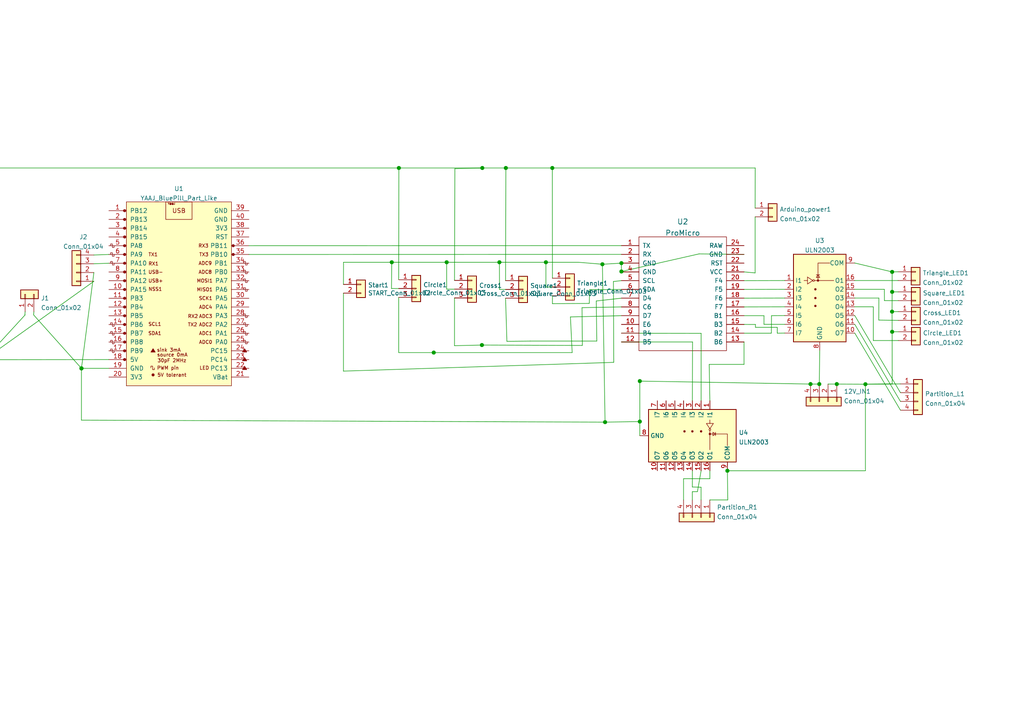
<source format=kicad_sch>
(kicad_sch (version 20210621) (generator eeschema)
  (paper "A4")
  (lib_symbols
    (symbol "BluePill_Part_Like:YAAJ_BluePill_Part_Like" (pin_names (offset 1.016))
      (property "Reference" "U" (at -12.7 25.4 0))
      (property "Value" "YAAJ_BluePill_Part_Like" (at 0 2.54 90))
      (symbol "YAAJ_BluePill_Part_Like_0_0"
        (circle (center -7.493 -24.765) (radius 0.254))
        (circle (center -7.493 -24.765) (radius 0.3556))
        (circle (center 15.748 10.16) (radius 0.3556))
        (circle (center 15.748 12.7) (radius 0.3556))
        (circle (center -15.748 -20.32) (radius 0.3556) (fill (type outline)))
        (circle (center -15.748 -17.78) (radius 0.3556) (fill (type outline)))
        (circle (center -15.748 -15.24) (radius 0.3556) (fill (type outline)))
        (circle (center -15.748 -12.7) (radius 0.3556) (fill (type outline)))
        (circle (center -15.748 -10.16) (radius 0.3556) (fill (type outline)))
        (circle (center -15.748 -7.62) (radius 0.3556) (fill (type outline)))
        (circle (center -15.748 -5.08) (radius 0.3556) (fill (type outline)))
        (circle (center -15.748 -2.54) (radius 0.3556) (fill (type outline)))
        (circle (center -15.748 0) (radius 0.3556) (fill (type outline)))
        (circle (center -15.748 2.54) (radius 0.3556) (fill (type outline)))
        (circle (center -15.748 5.08) (radius 0.3556) (fill (type outline)))
        (circle (center -15.748 7.62) (radius 0.3556) (fill (type outline)))
        (circle (center -15.748 10.16) (radius 0.3556) (fill (type outline)))
        (circle (center -15.748 12.7) (radius 0.3556) (fill (type outline)))
        (circle (center -15.748 15.24) (radius 0.3556) (fill (type outline)))
        (circle (center -15.748 17.78) (radius 0.3556) (fill (type outline)))
        (circle (center -15.748 22.86) (radius 0.3556) (fill (type outline)))
        (circle (center -7.493 -24.765) (radius 0.127) (fill (type outline)))
        (circle (center 15.748 10.16) (radius 0.254) (fill (type outline)))
        (circle (center 15.748 12.7) (radius 0.254) (fill (type outline)))
        (text "30pF 2MHz" (at -2.032 -20.574 0) (effects (font (size 0.9906 0.9906))))
        (text "5V tolerant" (at -2.032 -24.765 0) (effects (font (size 0.9906 0.9906))))
        (text "ADC0" (at 7.747 -15.24 0) (effects (font (size 0.9906 0.9906))))
        (text "ADC1" (at 7.747 -12.7 0) (effects (font (size 0.9906 0.9906))))
        (text "ADC2" (at 7.747 -10.16 0) (effects (font (size 0.9906 0.9906))))
        (text "ADC3" (at 7.747 -7.747 0) (effects (font (size 0.9906 0.9906))))
        (text "ADC4" (at 7.747 -5.08 0) (effects (font (size 0.9906 0.9906))))
        (text "ADC8" (at 7.62 5.08 0) (effects (font (size 0.9906 0.9906))))
        (text "ADC9" (at 7.62 7.62 0) (effects (font (size 0.9906 0.9906))))
        (text "LED" (at 7.366 -22.733 0) (effects (font (size 0.9906 0.9906))))
        (text "MISO1" (at 7.493 0 0) (effects (font (size 0.9906 0.9906))))
        (text "MOSI1" (at 7.493 2.54 0) (effects (font (size 0.9906 0.9906))))
        (text "NSS1" (at -6.858 0.127 0) (effects (font (size 0.9906 0.9906))))
        (text "PWM pin" (at -3.175 -22.733 0) (effects (font (size 0.9906 0.9906))))
        (text "RX1" (at -7.366 7.493 0) (effects (font (size 0.9906 0.9906))))
        (text "RX2" (at 4.064 -7.747 0) (effects (font (size 0.9906 0.9906))))
        (text "RX3" (at 7.112 12.7 0) (effects (font (size 0.9906 0.9906))))
        (text "SCK1" (at 7.747 -2.54 0) (effects (font (size 0.9906 0.9906))))
        (text "SCL1" (at -6.985 -10.033 0) (effects (font (size 0.9906 0.9906))))
        (text "SDA1" (at -6.985 -12.7 0) (effects (font (size 0.9906 0.9906))))
        (text "sink 3mA" (at -2.921 -17.526 0) (effects (font (size 0.9906 0.9906))))
        (text "source 0mA" (at -1.905 -18.923 0) (effects (font (size 0.9906 0.9906))))
        (text "TX1" (at -7.493 10.16 0) (effects (font (size 0.9906 0.9906))))
        (text "TX2" (at 3.937 -10.16 0) (effects (font (size 0.9906 0.9906))))
        (text "TX3" (at 7.239 10.16 0) (effects (font (size 0.9906 0.9906))))
        (text "USB" (at 0 22.86 0) (effects (font (size 1.27 1.27))))
        (text "USB+" (at -6.731 2.54 0) (effects (font (size 0.9906 0.9906))))
        (text "USB-" (at -6.731 5.08 0) (effects (font (size 0.9906 0.9906))))
        (text "Y@@J" (at -2.159 24.892 0) (effects (font (size 0.508 0.508))))
        (polyline (pts (xy -8.128 -18.161) (xy -7.493 -17.145) (xy -6.858 -18.161) (xy -8.128 -18.161) (xy -7.493 -17.272) (xy -6.985 -18.161) (xy -8.001 -18.034) (xy -7.493 -17.399) (xy -7.112 -18.161) (xy -7.874 -17.907) (xy -7.366 -17.526) (xy -7.239 -18.161) (xy -7.747 -17.78) (xy -7.239 -17.653) (xy -7.366 -18.034) (xy -7.62 -17.78) (xy -7.366 -17.907) (xy -7.493 -17.653)))
        (polyline (pts (xy 18.415 -23.241) (xy 19.05 -22.225) (xy 19.685 -23.241) (xy 18.415 -23.241) (xy 19.05 -22.352) (xy 19.558 -23.241) (xy 18.542 -23.114) (xy 19.05 -22.479) (xy 19.431 -23.241) (xy 18.669 -22.987) (xy 19.177 -22.606) (xy 19.304 -23.241) (xy 18.796 -22.86) (xy 19.304 -22.733) (xy 19.177 -23.114) (xy 18.923 -22.86) (xy 19.177 -22.987) (xy 19.05 -22.733)))
        (polyline (pts (xy 18.415 -20.701) (xy 19.05 -19.685) (xy 19.685 -20.701) (xy 18.415 -20.701) (xy 19.05 -19.812) (xy 19.558 -20.701) (xy 18.542 -20.574) (xy 19.05 -19.939) (xy 19.431 -20.701) (xy 18.669 -20.447) (xy 19.177 -20.066) (xy 19.304 -20.701) (xy 18.796 -20.32) (xy 19.304 -20.193) (xy 19.177 -20.574) (xy 18.923 -20.32) (xy 19.177 -20.447) (xy 19.05 -20.193)))
        (polyline (pts (xy 18.415 -18.161) (xy 19.05 -17.145) (xy 19.685 -18.161) (xy 18.415 -18.161) (xy 19.05 -17.272) (xy 19.558 -18.161) (xy 18.542 -18.034) (xy 19.05 -17.399) (xy 19.431 -18.161) (xy 18.669 -17.907) (xy 19.177 -17.526) (xy 19.304 -18.161) (xy 18.796 -17.78) (xy 19.304 -17.653) (xy 19.177 -18.034) (xy 18.923 -17.78) (xy 19.177 -17.907) (xy 19.05 -17.653)))
      )
      (symbol "YAAJ_BluePill_Part_Like_0_1"
        (rectangle (start 3.81 25.4) (end -3.81 20.32))
        (rectangle (start -15.24 25.4) (end 15.24 -27.94) (fill (type background)))
        (polyline (pts (xy -18.796 -17.78) (xy -18.796 -18.288) (xy -19.304 -18.288) (xy -19.304 -17.272) (xy -19.812 -17.272) (xy -19.812 -17.78)))
        (polyline (pts (xy -18.796 -15.24) (xy -18.796 -15.748) (xy -19.304 -15.748) (xy -19.304 -14.732) (xy -19.812 -14.732) (xy -19.812 -15.24)))
        (polyline (pts (xy -18.796 -12.7) (xy -18.796 -13.208) (xy -19.304 -13.208) (xy -19.304 -12.192) (xy -19.812 -12.192) (xy -19.812 -12.7)))
        (polyline (pts (xy -18.796 -10.16) (xy -18.796 -10.668) (xy -19.304 -10.668) (xy -19.304 -9.652) (xy -19.812 -9.652) (xy -19.812 -10.16)))
        (polyline (pts (xy -18.796 7.62) (xy -18.796 7.112) (xy -19.304 7.112) (xy -19.304 8.128) (xy -19.812 8.128) (xy -19.812 7.62)))
        (polyline (pts (xy -18.796 10.16) (xy -18.796 9.652) (xy -19.304 9.652) (xy -19.304 10.668) (xy -19.812 10.668) (xy -19.812 10.16)))
        (polyline (pts (xy -18.796 12.7) (xy -18.796 12.192) (xy -19.304 12.192) (xy -19.304 13.208) (xy -19.812 13.208) (xy -19.812 12.7)))
        (polyline (pts (xy -7.112 -22.733) (xy -7.112 -23.241) (xy -7.62 -23.241) (xy -7.62 -22.225) (xy -8.128 -22.225) (xy -8.128 -22.733)))
        (polyline (pts (xy 19.812 -15.24) (xy 19.812 -15.748) (xy 19.304 -15.748) (xy 19.304 -14.732) (xy 18.796 -14.732) (xy 18.796 -15.24)))
        (polyline (pts (xy 19.812 -12.7) (xy 19.812 -13.208) (xy 19.304 -13.208) (xy 19.304 -12.192) (xy 18.796 -12.192) (xy 18.796 -12.7)))
        (polyline (pts (xy 19.812 -10.16) (xy 19.812 -10.668) (xy 19.304 -10.668) (xy 19.304 -9.652) (xy 18.796 -9.652) (xy 18.796 -10.16)))
        (polyline (pts (xy 19.812 -7.62) (xy 19.812 -8.128) (xy 19.304 -8.128) (xy 19.304 -7.112) (xy 18.796 -7.112) (xy 18.796 -7.62)))
        (polyline (pts (xy 19.812 0) (xy 19.812 -0.508) (xy 19.304 -0.508) (xy 19.304 0.508) (xy 18.796 0.508) (xy 18.796 0)))
        (polyline (pts (xy 19.812 2.54) (xy 19.812 2.032) (xy 19.304 2.032) (xy 19.304 3.048) (xy 18.796 3.048) (xy 18.796 2.54)))
        (polyline (pts (xy 19.812 5.08) (xy 19.812 4.572) (xy 19.304 4.572) (xy 19.304 5.588) (xy 18.796 5.588) (xy 18.796 5.08)))
        (polyline (pts (xy 19.812 7.62) (xy 19.812 7.112) (xy 19.304 7.112) (xy 19.304 8.128) (xy 18.796 8.128) (xy 18.796 7.62)))
      )
      (symbol "YAAJ_BluePill_Part_Like_1_1"
        (circle (center -15.748 20.32) (radius 0.3556) (fill (type outline)))
        (pin bidirectional line (at -20.32 22.86 0) (length 5.08) (name "PB12") (number "1"))
        (pin bidirectional line (at -20.32 0 0) (length 5.08) (name "PA15") (number "10"))
        (pin bidirectional line (at -20.32 -2.54 0) (length 5.08) (name "PB3") (number "11"))
        (pin bidirectional line (at -20.32 -5.08 0) (length 5.08) (name "PB4") (number "12"))
        (pin bidirectional line (at -20.32 -7.62 0) (length 5.08) (name "PB5") (number "13"))
        (pin bidirectional line (at -20.32 -10.16 0) (length 5.08) (name "PB6") (number "14"))
        (pin bidirectional line (at -20.32 -12.7 0) (length 5.08) (name "PB7") (number "15"))
        (pin bidirectional line (at -20.32 -15.24 0) (length 5.08) (name "PB8") (number "16"))
        (pin bidirectional line (at -20.32 -17.78 0) (length 5.08) (name "PB9") (number "17"))
        (pin power_in line (at -20.32 -20.32 0) (length 5.08) (name "5V") (number "18"))
        (pin power_in line (at -20.32 -22.86 0) (length 5.08) (name "GND") (number "19"))
        (pin bidirectional line (at -20.32 20.32 0) (length 5.08) (name "PB13") (number "2"))
        (pin power_in line (at -20.32 -25.4 0) (length 5.08) (name "3V3") (number "20"))
        (pin power_in line (at 20.32 -25.4 180) (length 5.08) (name "VBat") (number "21"))
        (pin bidirectional line (at 20.32 -22.86 180) (length 5.08) (name "PC13") (number "22"))
        (pin bidirectional line (at 20.32 -20.32 180) (length 5.08) (name "PC14") (number "23"))
        (pin bidirectional line (at 20.32 -17.78 180) (length 5.08) (name "PC15") (number "24"))
        (pin bidirectional line (at 20.32 -15.24 180) (length 5.08) (name "PA0") (number "25"))
        (pin bidirectional line (at 20.32 -12.7 180) (length 5.08) (name "PA1") (number "26"))
        (pin bidirectional line (at 20.32 -10.16 180) (length 5.08) (name "PA2") (number "27"))
        (pin bidirectional line (at 20.32 -7.62 180) (length 5.08) (name "PA3") (number "28"))
        (pin bidirectional line (at 20.32 -5.08 180) (length 5.08) (name "PA4") (number "29"))
        (pin bidirectional line (at -20.32 17.78 0) (length 5.08) (name "PB14") (number "3"))
        (pin bidirectional line (at 20.32 -2.54 180) (length 5.08) (name "PA5") (number "30"))
        (pin bidirectional line (at 20.32 0 180) (length 5.08) (name "PA6") (number "31"))
        (pin bidirectional line (at 20.32 2.54 180) (length 5.08) (name "PA7") (number "32"))
        (pin bidirectional line (at 20.32 5.08 180) (length 5.08) (name "PB0") (number "33"))
        (pin bidirectional line (at 20.32 7.62 180) (length 5.08) (name "PB1") (number "34"))
        (pin bidirectional line (at 20.32 10.16 180) (length 5.08) (name "PB10") (number "35"))
        (pin bidirectional line (at 20.32 12.7 180) (length 5.08) (name "PB11") (number "36"))
        (pin input line (at 20.32 15.24 180) (length 5.08) (name "RST") (number "37"))
        (pin power_in line (at 20.32 17.78 180) (length 5.08) (name "3V3") (number "38"))
        (pin power_in line (at 20.32 22.86 180) (length 5.08) (name "GND") (number "39"))
        (pin bidirectional line (at -20.32 15.24 0) (length 5.08) (name "PB15") (number "4"))
        (pin power_in line (at 20.32 20.32 180) (length 5.08) (name "GND") (number "40"))
        (pin bidirectional line (at -20.32 12.7 0) (length 5.08) (name "PA8") (number "5"))
        (pin bidirectional line (at -20.32 10.16 0) (length 5.08) (name "PA9") (number "6"))
        (pin bidirectional line (at -20.32 7.62 0) (length 5.08) (name "PA10") (number "7"))
        (pin bidirectional line (at -20.32 5.08 0) (length 5.08) (name "PA11") (number "8"))
        (pin bidirectional line (at -20.32 2.54 0) (length 5.08) (name "PA12") (number "9"))
      )
    )
    (symbol "Connector_Generic:Conn_01x02" (pin_names (offset 1.016) hide)
      (property "Reference" "J" (at 0 2.54 0))
      (property "Value" "Conn_01x02" (at 0 -5.08 0))
      (symbol "Conn_01x02_1_1"
        (rectangle (start -1.27 -2.413) (end 0 -2.667) (stroke (width 0.1524)))
        (rectangle (start -1.27 0.127) (end 0 -0.127) (stroke (width 0.1524)))
        (rectangle (start -1.27 1.27) (end 1.27 -3.81) (stroke (width 0.254)) (fill (type background)))
        (pin passive line (at -5.08 0 0) (length 3.81) (name "Pin_1") (number "1"))
        (pin passive line (at -5.08 -2.54 0) (length 3.81) (name "Pin_2") (number "2"))
      )
    )
    (symbol "Connector_Generic:Conn_01x03" (pin_names (offset 1.016) hide)
      (property "Reference" "J" (at 0 5.08 0))
      (property "Value" "Conn_01x03" (at 0 -5.08 0))
      (symbol "Conn_01x03_1_1"
        (rectangle (start -1.27 -2.413) (end 0 -2.667) (stroke (width 0.1524)))
        (rectangle (start -1.27 0.127) (end 0 -0.127) (stroke (width 0.1524)))
        (rectangle (start -1.27 2.667) (end 0 2.413) (stroke (width 0.1524)))
        (rectangle (start -1.27 3.81) (end 1.27 -3.81) (stroke (width 0.254)) (fill (type background)))
        (pin passive line (at -5.08 2.54 0) (length 3.81) (name "Pin_1") (number "1"))
        (pin passive line (at -5.08 0 0) (length 3.81) (name "Pin_2") (number "2"))
        (pin passive line (at -5.08 -2.54 0) (length 3.81) (name "Pin_3") (number "3"))
      )
    )
    (symbol "Connector_Generic:Conn_01x04" (pin_names (offset 1.016) hide)
      (property "Reference" "J" (at 0 5.08 0))
      (property "Value" "Conn_01x04" (at 0 -7.62 0))
      (symbol "Conn_01x04_1_1"
        (rectangle (start -1.27 -4.953) (end 0 -5.207) (stroke (width 0.1524)))
        (rectangle (start -1.27 -2.413) (end 0 -2.667) (stroke (width 0.1524)))
        (rectangle (start -1.27 0.127) (end 0 -0.127) (stroke (width 0.1524)))
        (rectangle (start -1.27 2.667) (end 0 2.413) (stroke (width 0.1524)))
        (rectangle (start -1.27 3.81) (end 1.27 -6.35) (stroke (width 0.254)) (fill (type background)))
        (pin passive line (at -5.08 2.54 0) (length 3.81) (name "Pin_1") (number "1"))
        (pin passive line (at -5.08 0 0) (length 3.81) (name "Pin_2") (number "2"))
        (pin passive line (at -5.08 -2.54 0) (length 3.81) (name "Pin_3") (number "3"))
        (pin passive line (at -5.08 -5.08 0) (length 3.81) (name "Pin_4") (number "4"))
      )
    )
    (symbol "Transistor_Array:ULN2003"
      (property "Reference" "U" (at 0 15.875 0))
      (property "Value" "ULN2003" (at 0 13.97 0))
      (symbol "ULN2003_0_1"
        (circle (center -1.778 5.08) (radius 0.254))
        (circle (center -1.27 -2.286) (radius 0.254) (fill (type outline)))
        (circle (center -1.27 0) (radius 0.254) (fill (type outline)))
        (circle (center -1.27 2.54) (radius 0.254) (fill (type outline)))
        (circle (center -0.508 5.08) (radius 0.254) (fill (type outline)))
        (rectangle (start -7.62 -12.7) (end 7.62 12.7) (stroke (width 0.254)) (fill (type background)))
        (polyline (pts (xy -4.572 5.08) (xy -3.556 5.08)))
        (polyline (pts (xy -1.524 5.08) (xy 4.064 5.08)))
        (polyline (pts (xy 0 6.731) (xy -1.016 6.731)))
        (polyline (pts (xy -0.508 5.08) (xy -0.508 10.16) (xy 2.921 10.16)))
        (polyline (pts (xy -3.556 6.096) (xy -3.556 4.064) (xy -2.032 5.08) (xy -3.556 6.096)))
        (polyline (pts (xy 0 5.969) (xy -1.016 5.969) (xy -0.508 6.731) (xy 0 5.969)))
      )
      (symbol "ULN2003_1_1"
        (pin input line (at -10.16 5.08 0) (length 2.54) (name "I1") (number "1"))
        (pin open_collector line (at 10.16 -10.16 180) (length 2.54) (name "O7") (number "10"))
        (pin open_collector line (at 10.16 -7.62 180) (length 2.54) (name "O6") (number "11"))
        (pin open_collector line (at 10.16 -5.08 180) (length 2.54) (name "O5") (number "12"))
        (pin open_collector line (at 10.16 -2.54 180) (length 2.54) (name "O4") (number "13"))
        (pin open_collector line (at 10.16 0 180) (length 2.54) (name "O3") (number "14"))
        (pin open_collector line (at 10.16 2.54 180) (length 2.54) (name "O2") (number "15"))
        (pin open_collector line (at 10.16 5.08 180) (length 2.54) (name "O1") (number "16"))
        (pin input line (at -10.16 2.54 0) (length 2.54) (name "I2") (number "2"))
        (pin input line (at -10.16 0 0) (length 2.54) (name "I3") (number "3"))
        (pin input line (at -10.16 -2.54 0) (length 2.54) (name "I4") (number "4"))
        (pin input line (at -10.16 -5.08 0) (length 2.54) (name "I5") (number "5"))
        (pin input line (at -10.16 -7.62 0) (length 2.54) (name "I6") (number "6"))
        (pin input line (at -10.16 -10.16 0) (length 2.54) (name "I7") (number "7"))
        (pin power_in line (at 0 -15.24 90) (length 2.54) (name "GND") (number "8"))
        (pin passive line (at 10.16 10.16 180) (length 2.54) (name "COM") (number "9"))
      )
    )
    (symbol "promicro:ProMicro" (pin_names (offset 1.016))
      (property "Reference" "U" (at 0 24.13 0))
      (property "Value" "ProMicro" (at 0 -13.97 0))
      (symbol "ProMicro_0_1"
        (rectangle (start -12.7 21.59) (end 12.7 -11.43))
      )
      (symbol "ProMicro_1_1"
        (pin bidirectional line (at -17.78 19.05 0) (length 5.08) (name "TX") (number "1"))
        (pin bidirectional line (at -17.78 -3.81 0) (length 5.08) (name "E6") (number "10"))
        (pin bidirectional line (at -17.78 -6.35 0) (length 5.08) (name "B4") (number "11"))
        (pin bidirectional line (at -17.78 -8.89 0) (length 5.08) (name "B5") (number "12"))
        (pin bidirectional line (at 17.78 -8.89 180) (length 5.08) (name "B6") (number "13"))
        (pin bidirectional line (at 17.78 -6.35 180) (length 5.08) (name "B2") (number "14"))
        (pin bidirectional line (at 17.78 -3.81 180) (length 5.08) (name "B3") (number "15"))
        (pin bidirectional line (at 17.78 -1.27 180) (length 5.08) (name "B1") (number "16"))
        (pin bidirectional line (at 17.78 1.27 180) (length 5.08) (name "F7") (number "17"))
        (pin bidirectional line (at 17.78 3.81 180) (length 5.08) (name "F6") (number "18"))
        (pin bidirectional line (at 17.78 6.35 180) (length 5.08) (name "F5") (number "19"))
        (pin bidirectional line (at -17.78 16.51 0) (length 5.08) (name "RX") (number "2"))
        (pin bidirectional line (at 17.78 8.89 180) (length 5.08) (name "F4") (number "20"))
        (pin power_in line (at 17.78 11.43 180) (length 5.08) (name "VCC") (number "21"))
        (pin input line (at 17.78 13.97 180) (length 5.08) (name "RST") (number "22"))
        (pin power_in line (at 17.78 16.51 180) (length 5.08) (name "GND") (number "23"))
        (pin power_out line (at 17.78 19.05 180) (length 5.08) (name "RAW") (number "24"))
        (pin power_in line (at -17.78 13.97 0) (length 5.08) (name "GND") (number "3"))
        (pin power_in line (at -17.78 11.43 0) (length 5.08) (name "GND") (number "4"))
        (pin bidirectional line (at -17.78 8.89 0) (length 5.08) (name "SCL") (number "5"))
        (pin bidirectional line (at -17.78 6.35 0) (length 5.08) (name "SDA") (number "6"))
        (pin bidirectional line (at -17.78 3.81 0) (length 5.08) (name "D4") (number "7"))
        (pin bidirectional line (at -17.78 1.27 0) (length 5.08) (name "C6") (number "8"))
        (pin bidirectional line (at -17.78 -1.27 0) (length 5.08) (name "D7") (number "9"))
      )
    )
  )
  (junction (at -4.6314 104.3374) (diameter 1.016))
  (junction (at 23.6221 106.8362) (diameter 1.016))
  (junction (at 23.6221 106.8394) (diameter 1.016))
  (junction (at 113.6291 76.0666) (diameter 1.016))
  (junction (at 115.6889 48.7213) (diameter 1.016))
  (junction (at 125.805 102.2644) (diameter 1.016))
  (junction (at 129.5544 76.0666) (diameter 1.016))
  (junction (at 139.775 100.0783) (diameter 1.016))
  (junction (at 139.8858 48.7213) (diameter 1.016))
  (junction (at 144.8481 76.0666) (diameter 1.016))
  (junction (at 146.7181 48.7213) (diameter 1.016))
  (junction (at 158.3369 76.0666) (diameter 1.016))
  (junction (at 160.1908 48.7213) (diameter 1.016))
  (junction (at 174.7226 76.6454) (diameter 1.016))
  (junction (at 175.4955 122.44) (diameter 1.016))
  (junction (at 180.2362 76.3212) (diameter 1.016))
  (junction (at 180.2362 78.7439) (diameter 1.016))
  (junction (at 185.5727 110.5373) (diameter 1.016))
  (junction (at 185.5727 122.2698) (diameter 1.016))
  (junction (at 210.9727 136.5401) (diameter 1.016))
  (junction (at 235.0861 111.3952) (diameter 1.016))
  (junction (at 237.6261 111.3952) (diameter 1.016))
  (junction (at 242.7061 111.3952) (diameter 1.016))
  (junction (at 251.0061 111.4384) (diameter 1.016))
  (junction (at 258.7306 90.3858) (diameter 1.016))
  (junction (at 258.7571 78.8643) (diameter 1.016))
  (junction (at 258.7571 84.6513) (diameter 1.016))
  (junction (at 258.7571 96.2315) (diameter 1.016))
  (wire (pts (xy -4.6314 104.3374) (xy -4.472 48.7213)))
  (wire (pts (xy -4.472 48.7213) (xy 115.6889 48.7213)))
  (wire (pts (xy 7.225 91.1846) (xy 7.2844 90.4432)))
  (wire (pts (xy 7.2459 91.3758) (xy -4.6314 104.3374)))
  (wire (pts (xy 7.2459 91.3758) (xy 7.225 91.1846)))
  (wire (pts (xy 9.765 91.1846) (xy 9.8244 90.4432)))
  (wire (pts (xy 9.7859 91.3758) (xy 9.765 91.1846)))
  (wire (pts (xy 9.7859 91.3758) (xy 23.6221 106.8362)))
  (wire (pts (xy 23.6221 106.8362) (xy 23.6221 106.8394)))
  (wire (pts (xy 23.6221 106.8394) (xy 23.6221 121.8603)))
  (wire (pts (xy 23.6221 106.8394) (xy 31.5707 106.8274)))
  (wire (pts (xy 23.6221 121.8603) (xy 175.4955 122.44)))
  (wire (pts (xy 27.2331 73.9646) (xy 31.5707 73.8074)))
  (wire (pts (xy 27.2331 76.5046) (xy 31.5707 76.3474)))
  (wire (pts (xy 27.2331 79.0446) (xy 23.6221 106.8362)))
  (wire (pts (xy 27.2331 81.5846) (xy -4.6314 104.3374)))
  (wire (pts (xy 31.5707 104.2874) (xy -4.6314 104.3374)))
  (wire (pts (xy 72.2107 71.2674) (xy 180.2362 71.2412)))
  (wire (pts (xy 72.2107 73.8074) (xy 180.2362 73.7812)))
  (wire (pts (xy 99.6176 85.0328) (xy 99.6176 107.6388)))
  (wire (pts (xy 99.6176 107.6388) (xy 178.0175 105.0988)))
  (wire (pts (xy 99.6408 76.0666) (xy 99.6176 82.4928)))
  (wire (pts (xy 99.6408 76.0666) (xy 113.6291 76.0666)))
  (wire (pts (xy 113.549 83.6866) (xy 113.6291 76.0666)))
  (wire (pts (xy 113.6291 76.0666) (xy 129.5544 76.0666)))
  (wire (pts (xy 115.645 81.1466) (xy 115.6889 48.7213)))
  (wire (pts (xy 115.645 83.6866) (xy 113.549 83.6866)))
  (wire (pts (xy 115.645 102.2644) (xy 115.645 86.2266)))
  (wire (pts (xy 115.645 102.2644) (xy 125.805 102.2644)))
  (wire (pts (xy 115.6889 48.7213) (xy 139.8858 48.7213)))
  (wire (pts (xy 125.805 102.2644) (xy 165.955 102.2644)))
  (wire (pts (xy 125.805 102.7366) (xy 125.805 102.2644)))
  (wire (pts (xy 129.5544 76.0666) (xy 144.8481 76.0666)))
  (wire (pts (xy 129.5544 83.8726) (xy 129.5544 76.0666)))
  (wire (pts (xy 131.8252 81.3326) (xy 131.936 48.9073)))
  (wire (pts (xy 131.8252 83.8726) (xy 129.5544 83.8726)))
  (wire (pts (xy 131.8252 100.2643) (xy 131.8252 86.4126)))
  (wire (pts (xy 131.8252 100.2643) (xy 139.775 100.0783)))
  (wire (pts (xy 131.936 48.9073) (xy 139.8858 48.7213)))
  (wire (pts (xy 139.775 100.0783) (xy 168.8978 100.1966)))
  (wire (pts (xy 139.775 100.1966) (xy 139.775 100.0783)))
  (wire (pts (xy 139.8858 48.7213) (xy 146.7181 48.7213)))
  (wire (pts (xy 144.8481 76.0666) (xy 158.3369 76.0666)))
  (wire (pts (xy 144.8853 83.9463) (xy 144.8481 76.0666)))
  (wire (pts (xy 146.6357 81.4063) (xy 146.7252 48.981)))
  (wire (pts (xy 146.6357 83.9463) (xy 144.8853 83.9463)))
  (wire (pts (xy 146.6357 86.4863) (xy 147.0244 99.0024)))
  (wire (pts (xy 146.7181 48.7213) (xy 146.7252 48.981)))
  (wire (pts (xy 146.7181 48.7213) (xy 160.1908 48.7213)))
  (wire (pts (xy 147.0244 99.0024) (xy 153.745 98.9266)))
  (wire (pts (xy 153.745 98.9266) (xy 173.1017 98.9266)))
  (wire (pts (xy 158.3369 76.0666) (xy 167.715 76.0666)))
  (wire (pts (xy 158.3369 83.24) (xy 158.3369 76.0666)))
  (wire (pts (xy 160.1908 48.7213) (xy 219.0406 48.7213)))
  (wire (pts (xy 160.2312 80.7) (xy 160.1908 48.7213)))
  (wire (pts (xy 160.2312 83.24) (xy 158.3369 83.24)))
  (wire (pts (xy 160.2312 85.78) (xy 160.2312 88.0775)))
  (wire (pts (xy 160.2312 88.0775) (xy 170.904 88.0067)))
  (wire (pts (xy 165.4506 91.9227) (xy 180.2362 91.5612)))
  (wire (pts (xy 165.955 102.2644) (xy 165.4506 91.9227)))
  (wire (pts (xy 167.715 76.0666) (xy 174.7226 76.6454)))
  (wire (pts (xy 168.8137 89.2322) (xy 180.2362 89.0212)))
  (wire (pts (xy 168.8978 100.1966) (xy 168.8137 89.2322)))
  (wire (pts (xy 170.904 88.0067) (xy 171.0457 83.9696)))
  (wire (pts (xy 171.0457 83.9696) (xy 174.3433 84.0193)))
  (wire (pts (xy 172.9336 87.2983) (xy 180.2362 86.4812)))
  (wire (pts (xy 173.1017 98.9266) (xy 172.9336 87.2983)))
  (wire (pts (xy 174.3433 84.0193) (xy 180.2362 83.9412)))
  (wire (pts (xy 174.7226 76.6454) (xy 180.2362 76.3212)))
  (wire (pts (xy 175.4955 122.44) (xy 174.7226 76.6454)))
  (wire (pts (xy 175.4955 122.44) (xy 185.5727 122.2698)))
  (wire (pts (xy 177.9221 81.6451) (xy 180.2362 81.4012)))
  (wire (pts (xy 178.0175 105.0988) (xy 177.9221 81.6451)))
  (wire (pts (xy 180.2362 76.3212) (xy 180.2362 78.7439)))
  (wire (pts (xy 180.2362 78.7439) (xy 180.2362 78.8612)))
  (wire (pts (xy 180.2362 78.7439) (xy 202.7457 73.6402)))
  (wire (pts (xy 180.2362 99.1812) (xy 200.8673 99.1812)))
  (wire (pts (xy 185.5727 110.5373) (xy 185.5727 110.4613)))
  (wire (pts (xy 185.5727 122.2698) (xy 185.5727 110.5373)))
  (wire (pts (xy 185.5727 126.3801) (xy 185.5727 122.2698)))
  (wire (pts (xy 198.2568 138.843) (xy 205.8927 138.843)))
  (wire (pts (xy 198.2568 145.0007) (xy 198.2568 138.843)))
  (wire (pts (xy 200.7968 142.6051) (xy 202.2818 142.6015)))
  (wire (pts (xy 200.7968 145.0007) (xy 200.7968 142.6051)))
  (wire (pts (xy 200.8063 141.2479) (xy 200.8127 136.5401)))
  (wire (pts (xy 200.8673 99.1812) (xy 200.8127 116.2201)))
  (wire (pts (xy 202.2818 142.6015) (xy 203.3527 136.5401)))
  (wire (pts (xy 202.7457 73.6402) (xy 215.7962 73.7812)))
  (wire (pts (xy 203.3368 141.3108) (xy 200.8063 141.2479)))
  (wire (pts (xy 203.3368 145.0007) (xy 203.3368 141.3108)))
  (wire (pts (xy 203.3527 96.6831) (xy 180.2362 96.6412)))
  (wire (pts (xy 203.3527 116.2201) (xy 203.3527 96.6831)))
  (wire (pts (xy 205.6937 105.6931) (xy 205.8927 116.2201)))
  (wire (pts (xy 205.8768 145.0007) (xy 211.088 145.0007)))
  (wire (pts (xy 205.8927 138.843) (xy 205.8927 136.5401)))
  (wire (pts (xy 210.9727 136.5401) (xy 251.0061 136.5401)))
  (wire (pts (xy 211.088 145.0007) (xy 210.9727 136.5401)))
  (wire (pts (xy 215.7962 81.4012) (xy 227.6 81.3678)))
  (wire (pts (xy 215.7962 83.9412) (xy 227.6 83.9078)))
  (wire (pts (xy 215.7962 86.4812) (xy 227.6 86.4478)))
  (wire (pts (xy 215.7962 89.0212) (xy 227.6 88.9878)))
  (wire (pts (xy 215.7962 91.5612) (xy 221.5862 91.5612)))
  (wire (pts (xy 215.7962 94.1012) (xy 219.1205 94.1106)))
  (wire (pts (xy 215.7962 96.6412) (xy 223.7216 96.6412)))
  (wire (pts (xy 215.7962 99.1812) (xy 215.7962 105.6889)))
  (wire (pts (xy 215.7962 105.6889) (xy 205.6937 105.6931)))
  (wire (pts (xy 219.0154 62.8944) (xy 219.0154 79.1587)))
  (wire (pts (xy 219.0154 79.1587) (xy 215.7962 78.8612)))
  (wire (pts (xy 219.0406 48.7213) (xy 219.0154 60.3544)))
  (wire (pts (xy 219.1155 94.9438) (xy 219.1205 94.1106)))
  (wire (pts (xy 219.1155 94.9438) (xy 225.4358 94.9438)))
  (wire (pts (xy 221.5862 91.5612) (xy 221.5862 94.072)))
  (wire (pts (xy 221.5862 94.072) (xy 227.6 94.0678)))
  (wire (pts (xy 223.7216 96.6412) (xy 223.771 91.5538)))
  (wire (pts (xy 223.771 91.5538) (xy 227.6 91.5278)))
  (wire (pts (xy 225.4358 96.6412) (xy 225.4358 94.9438)))
  (wire (pts (xy 227.6 96.6078) (xy 225.4358 96.6412)))
  (wire (pts (xy 235.0861 111.3952) (xy 185.5727 110.5373)))
  (wire (pts (xy 235.0861 111.3952) (xy 237.6261 111.3952)))
  (wire (pts (xy 237.76 101.6878) (xy 237.6261 111.3952)))
  (wire (pts (xy 240.1661 111.3952) (xy 242.7061 111.3952)))
  (wire (pts (xy 242.7061 111.3952) (xy 251.0061 111.4384)))
  (wire (pts (xy 247.92 83.9078) (xy 256.4993 83.9078)))
  (wire (pts (xy 247.92 86.4478) (xy 254.9126 86.4478)))
  (wire (pts (xy 247.92 88.9878) (xy 253.2981 88.9878)))
  (wire (pts (xy 247.92 91.5278) (xy 261.1686 113.8953)))
  (wire (pts (xy 247.92 94.0678) (xy 261.1686 116.4353)))
  (wire (pts (xy 247.92 96.6078) (xy 261.1686 118.9753)))
  (wire (pts (xy 251.0061 111.4384) (xy 261.1686 111.3553)))
  (wire (pts (xy 251.0061 136.5401) (xy 251.0061 111.4384)))
  (wire (pts (xy 253.2981 88.9878) (xy 253.2981 98.7647)))
  (wire (pts (xy 253.2981 98.7647) (xy 260.5499 98.7715)))
  (wire (pts (xy 254.8848 92.8354) (xy 260.5499 92.9258)))
  (wire (pts (xy 254.9126 86.4478) (xy 254.8848 92.8354)))
  (wire (pts (xy 256.4993 83.9078) (xy 256.5272 87.1845)))
  (wire (pts (xy 256.5272 87.1845) (xy 260.522 87.1913)))
  (wire (pts (xy 258.7306 90.3858) (xy 258.7571 84.6513)))
  (wire (pts (xy 258.7306 90.3858) (xy 260.5499 90.3858)))
  (wire (pts (xy 258.7571 78.8643) (xy 247.92 76.2878)))
  (wire (pts (xy 258.7571 78.8643) (xy 260.4844 78.8292)))
  (wire (pts (xy 258.7571 84.6513) (xy 258.7571 78.8643)))
  (wire (pts (xy 258.7571 84.6513) (xy 260.522 84.6513)))
  (wire (pts (xy 258.7571 96.2315) (xy 258.7306 90.3858)))
  (wire (pts (xy 258.7571 96.2315) (xy 258.7715 111.3553)))
  (wire (pts (xy 258.7715 111.3553) (xy 251.0061 111.4384)))
  (wire (pts (xy 260.4844 81.3692) (xy 247.92 81.3678)))
  (wire (pts (xy 260.5499 96.2315) (xy 258.7571 96.2315)))
  (symbol (lib_id "Connector_Generic:Conn_01x02") (at 7.2844 85.3632 90) (unit 1)
    (property "Reference" "J1" (at 11.8565 86.4867 90) (effects (justify right)))
    (property "Value" "Conn_01x02" (at 11.8565 89.2618 90) (effects (justify right)))
    (property "Footprint" "Connector_JST:JST_XH_B2B-XH-A_1x02_P2.50mm_Vertical" (effects hide))
  )
  (symbol (lib_id "Connector_Generic:Conn_01x02") (at 104.6976 82.4928 0) (unit 1)
    (property "Reference" "Start1" (at 106.7296 82.696 0) (effects (justify left)))
    (property "Value" "START_Conn_01x02" (at 106.7296 85.0074 0) (effects (justify left)))
    (property "Footprint" "Connector_JST:JST_XH_B2B-XH-A_1x02_P2.50mm_Vertical" (effects hide))
  )
  (symbol (lib_id "Connector_Generic:Conn_01x02") (at 224.0954 60.3544 0) (unit 1)
    (property "Reference" "Arduino_power1" (at 226.1275 60.7159 0) (effects (justify left)))
    (property "Value" "Conn_01x02" (at 226.1275 63.491 0) (effects (justify left)))
    (property "Footprint" "Connector_JST:JST_XH_B2B-XH-A_1x02_P2.50mm_Vertical" (effects hide))
  )
  (symbol (lib_id "Connector_Generic:Conn_01x02") (at 265.5644 78.8292 0) (unit 1)
    (property "Reference" "Triangle_LED1" (at 267.5965 79.1907 0) (effects (justify left)))
    (property "Value" "Conn_01x02" (at 267.5965 81.9658 0) (effects (justify left)))
    (property "Footprint" "Connector_JST:JST_XH_B2B-XH-A_1x02_P2.50mm_Vertical" (effects hide))
  )
  (symbol (lib_id "Connector_Generic:Conn_01x02") (at 265.602 84.6513 0) (unit 1)
    (property "Reference" "Square_LED1" (at 267.6341 85.0128 0) (effects (justify left)))
    (property "Value" "Conn_01x02" (at 267.6341 87.7879 0) (effects (justify left)))
    (property "Footprint" "Connector_JST:JST_XH_B2B-XH-A_1x02_P2.50mm_Vertical" (effects hide))
  )
  (symbol (lib_id "Connector_Generic:Conn_01x02") (at 265.6299 90.3858 0) (unit 1)
    (property "Reference" "Cross_LED1" (at 267.662 90.7473 0) (effects (justify left)))
    (property "Value" "Conn_01x02" (at 267.662 93.5224 0) (effects (justify left)))
    (property "Footprint" "Connector_JST:JST_XH_B2B-XH-A_1x02_P2.50mm_Vertical" (effects hide))
  )
  (symbol (lib_id "Connector_Generic:Conn_01x02") (at 265.6299 96.2315 0) (unit 1)
    (property "Reference" "Circle_LED1" (at 267.662 96.593 0) (effects (justify left)))
    (property "Value" "Conn_01x02" (at 267.662 99.3681 0) (effects (justify left)))
    (property "Footprint" "Connector_JST:JST_XH_B2B-XH-A_1x02_P2.50mm_Vertical" (effects hide))
  )
  (symbol (lib_id "Connector_Generic:Conn_01x03") (at 120.725 83.6866 0) (unit 1)
    (property "Reference" "Circle1" (at 122.757 82.6198 0) (effects (justify left)))
    (property "Value" "Circle_Conn_01x03" (at 122.757 84.9312 0) (effects (justify left)))
    (property "Footprint" "Connector_JST:JST_XH_B3B-XH-A_1x03_P2.50mm_Vertical" (effects hide))
  )
  (symbol (lib_id "Connector_Generic:Conn_01x03") (at 136.9052 83.8726 0) (unit 1)
    (property "Reference" "Cross1" (at 138.9372 82.8056 0) (effects (justify left)))
    (property "Value" "Cross_Conn_01x03" (at 138.9372 85.1172 0) (effects (justify left)))
    (property "Footprint" "Connector_JST:JST_XH_B3B-XH-A_1x03_P2.50mm_Vertical" (effects hide))
  )
  (symbol (lib_id "Connector_Generic:Conn_01x03") (at 151.7157 83.9463 0) (unit 1)
    (property "Reference" "Square1" (at 153.7477 82.8793 0) (effects (justify left)))
    (property "Value" "Square_Conn_01x03" (at 153.7477 85.1909 0) (effects (justify left)))
    (property "Footprint" "Connector_JST:JST_XH_B3B-XH-A_1x03_P2.50mm_Vertical" (effects hide))
  )
  (symbol (lib_id "Connector_Generic:Conn_01x03") (at 165.3112 83.24 0) (unit 1)
    (property "Reference" "Triangle1" (at 167.3432 82.173 0) (effects (justify left)))
    (property "Value" "Triangle_Conn_01x03" (at 167.3432 84.4846 0) (effects (justify left)))
    (property "Footprint" "Connector_JST:JST_XH_B3B-XH-A_1x03_P2.50mm_Vertical" (effects hide))
  )
  (symbol (lib_id "Connector_Generic:Conn_01x04") (at 22.1531 79.0446 180) (unit 1)
    (property "Reference" "J2" (at 24.1851 68.728 0))
    (property "Value" "Conn_01x04" (at 24.1851 71.5031 0))
    (property "Footprint" "Connector_JST:JST_XH_B4B-XH-A_1x04_P2.50mm_Vertical" (effects hide))
  )
  (symbol (lib_id "Connector_Generic:Conn_01x04") (at 203.3368 150.0807 270) (unit 1)
    (property "Reference" "Partition_R1" (at 207.9089 147.1402 90) (effects (justify left)))
    (property "Value" "Conn_01x04" (at 207.9089 149.9153 90) (effects (justify left)))
    (property "Footprint" "Connector_JST:JST_XH_B4B-XH-A_1x04_P2.50mm_Vertical" (effects hide))
  )
  (symbol (lib_id "Connector_Generic:Conn_01x04") (at 240.1661 116.4752 270) (unit 1)
    (property "Reference" "12V_IN1" (at 244.7382 113.5347 90) (effects (justify left)))
    (property "Value" "Conn_01x04" (at 244.7382 116.3098 90) (effects (justify left)))
    (property "Footprint" "Connector_JST:JST_XH_B4B-XH-A_1x04_P2.50mm_Vertical" (effects hide))
  )
  (symbol (lib_id "Connector_Generic:Conn_01x04") (at 266.2486 113.8953 0) (unit 1)
    (property "Reference" "Partition_L1" (at 268.2807 114.2568 0) (effects (justify left)))
    (property "Value" "Conn_01x04" (at 268.2807 117.0319 0) (effects (justify left)))
    (property "Footprint" "Connector_JST:JST_XH_B4B-XH-A_1x04_P2.50mm_Vertical" (effects hide))
  )
  (symbol (lib_id "Transistor_Array:ULN2003") (at 200.8127 126.3801 270) (unit 1)
    (property "Reference" "U4" (at 214.2748 125.4716 90) (effects (justify left)))
    (property "Value" "ULN2003" (at 214.2748 128.2467 90) (effects (justify left)))
    (property "Footprint" "Package_DIP:DIP-16_W7.62mm" (effects hide))
    (property "Datasheet" "http://www.ti.com/lit/ds/symlink/uln2003a.pdf" (effects hide))
  )
  (symbol (lib_id "Transistor_Array:ULN2003") (at 237.76 86.4478 0) (unit 1)
    (property "Reference" "U3" (at 237.76 69.7812 0))
    (property "Value" "ULN2003" (at 237.76 72.5563 0))
    (property "Footprint" "Package_DIP:DIP-16_W7.62mm" (effects hide))
    (property "Datasheet" "http://www.ti.com/lit/ds/symlink/uln2003a.pdf" (effects hide))
  )
  (symbol (lib_id "promicro:ProMicro") (at 198.0162 90.2912 0) (unit 1)
    (property "Reference" "U2" (at 198.0162 64.2972 0) (effects (font (size 1.524 1.524))))
    (property "Value" "ProMicro" (at 198.0162 67.5762 0) (effects (font (size 1.524 1.524))))
    (property "Footprint" "promicro:ProMicro" (effects hide))
  )
  (symbol (lib_id "BluePill_Part_Like:YAAJ_BluePill_Part_Like") (at 51.8907 83.9674 0) (unit 1)
    (property "Reference" "U1" (at 51.8907 54.7278 0))
    (property "Value" "YAAJ_BluePill_Part_Like" (at 51.8907 57.5029 0))
    (property "Footprint" "bluepill:YAAJ_BluePill_1" (effects hide))
  )
)
</source>
